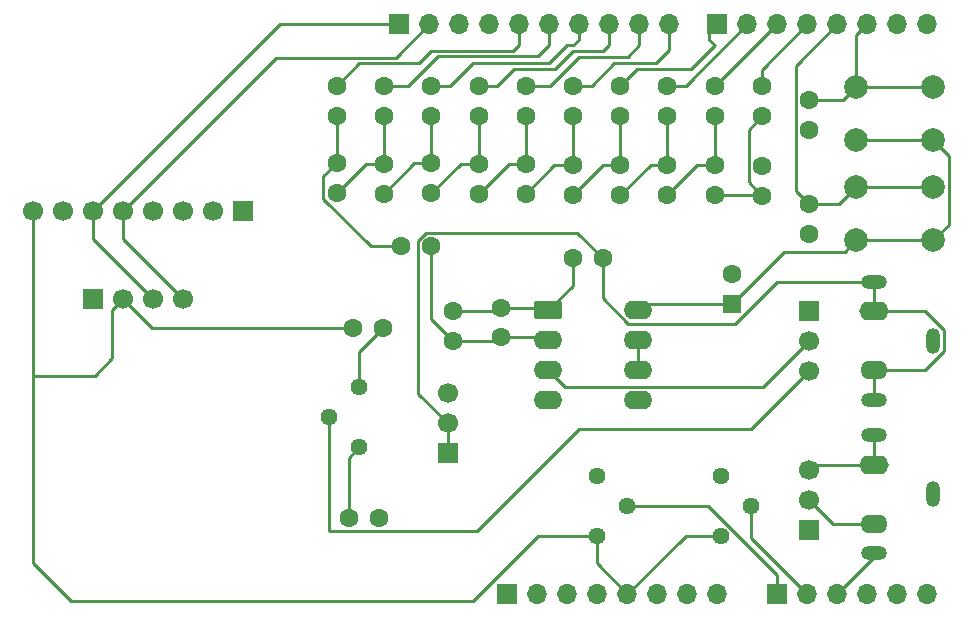
<source format=gbr>
%TF.GenerationSoftware,KiCad,Pcbnew,9.0.7*%
%TF.CreationDate,2026-02-04T14:21:24-07:00*%
%TF.ProjectId,Uno_Shield_DSP_Class_v1,556e6f5f-5368-4696-956c-645f4453505f,rev?*%
%TF.SameCoordinates,Original*%
%TF.FileFunction,Copper,L1,Top*%
%TF.FilePolarity,Positive*%
%FSLAX46Y46*%
G04 Gerber Fmt 4.6, Leading zero omitted, Abs format (unit mm)*
G04 Created by KiCad (PCBNEW 9.0.7) date 2026-02-04 14:21:24*
%MOMM*%
%LPD*%
G01*
G04 APERTURE LIST*
G04 Aperture macros list*
%AMRoundRect*
0 Rectangle with rounded corners*
0 $1 Rounding radius*
0 $2 $3 $4 $5 $6 $7 $8 $9 X,Y pos of 4 corners*
0 Add a 4 corners polygon primitive as box body*
4,1,4,$2,$3,$4,$5,$6,$7,$8,$9,$2,$3,0*
0 Add four circle primitives for the rounded corners*
1,1,$1+$1,$2,$3*
1,1,$1+$1,$4,$5*
1,1,$1+$1,$6,$7*
1,1,$1+$1,$8,$9*
0 Add four rect primitives between the rounded corners*
20,1,$1+$1,$2,$3,$4,$5,0*
20,1,$1+$1,$4,$5,$6,$7,0*
20,1,$1+$1,$6,$7,$8,$9,0*
20,1,$1+$1,$8,$9,$2,$3,0*%
G04 Aperture macros list end*
%TA.AperFunction,ComponentPad*%
%ADD10R,1.700000X1.700000*%
%TD*%
%TA.AperFunction,ComponentPad*%
%ADD11O,1.700000X1.700000*%
%TD*%
%TA.AperFunction,ComponentPad*%
%ADD12C,1.600000*%
%TD*%
%TA.AperFunction,ComponentPad*%
%ADD13C,2.000000*%
%TD*%
%TA.AperFunction,ComponentPad*%
%ADD14C,1.700000*%
%TD*%
%TA.AperFunction,ComponentPad*%
%ADD15O,2.200000X1.200000*%
%TD*%
%TA.AperFunction,ComponentPad*%
%ADD16O,2.300000X1.600000*%
%TD*%
%TA.AperFunction,ComponentPad*%
%ADD17O,1.200000X2.200000*%
%TD*%
%TA.AperFunction,ComponentPad*%
%ADD18O,2.500000X1.600000*%
%TD*%
%TA.AperFunction,ComponentPad*%
%ADD19RoundRect,0.250000X0.550000X-0.550000X0.550000X0.550000X-0.550000X0.550000X-0.550000X-0.550000X0*%
%TD*%
%TA.AperFunction,ComponentPad*%
%ADD20C,1.440000*%
%TD*%
%TA.AperFunction,ComponentPad*%
%ADD21RoundRect,0.250000X-0.950000X-0.550000X0.950000X-0.550000X0.950000X0.550000X-0.950000X0.550000X0*%
%TD*%
%TA.AperFunction,ComponentPad*%
%ADD22O,2.400000X1.600000*%
%TD*%
%TA.AperFunction,Conductor*%
%ADD23C,0.250000*%
%TD*%
G04 APERTURE END LIST*
D10*
%TO.P,J1,1,Pin_1*%
%TO.N,unconnected-(J1-Pin_1-Pad1)*%
X127940000Y-97460000D03*
D11*
%TO.P,J1,2,Pin_2*%
%TO.N,/IOREF*%
X130480000Y-97460000D03*
%TO.P,J1,3,Pin_3*%
%TO.N,/~{RESET}*%
X133020000Y-97460000D03*
%TO.P,J1,4,Pin_4*%
%TO.N,+3V3*%
X135560000Y-97460000D03*
%TO.P,J1,5,Pin_5*%
%TO.N,+5V*%
X138100000Y-97460000D03*
%TO.P,J1,6,Pin_6*%
%TO.N,GND*%
X140640000Y-97460000D03*
%TO.P,J1,7,Pin_7*%
X143180000Y-97460000D03*
%TO.P,J1,8,Pin_8*%
%TO.N,VCC*%
X145720000Y-97460000D03*
%TD*%
D10*
%TO.P,J3,1,Pin_1*%
%TO.N,/A0*%
X150800000Y-97460000D03*
D11*
%TO.P,J3,2,Pin_2*%
%TO.N,/A1*%
X153340000Y-97460000D03*
%TO.P,J3,3,Pin_3*%
%TO.N,/IN_RIGHT*%
X155880000Y-97460000D03*
%TO.P,J3,4,Pin_4*%
%TO.N,/IN_LEFT*%
X158420000Y-97460000D03*
%TO.P,J3,5,Pin_5*%
%TO.N,/SDA{slash}A4*%
X160960000Y-97460000D03*
%TO.P,J3,6,Pin_6*%
%TO.N,/SCL{slash}A5*%
X163500000Y-97460000D03*
%TD*%
D10*
%TO.P,J2,1,Pin_1*%
%TO.N,/SCL*%
X118796000Y-49200000D03*
D11*
%TO.P,J2,2,Pin_2*%
%TO.N,/SDA*%
X121336000Y-49200000D03*
%TO.P,J2,3,Pin_3*%
%TO.N,/AREF*%
X123876000Y-49200000D03*
%TO.P,J2,4,Pin_4*%
%TO.N,GND*%
X126416000Y-49200000D03*
%TO.P,J2,5,Pin_5*%
%TO.N,/D9*%
X128956000Y-49200000D03*
%TO.P,J2,6,Pin_6*%
%TO.N,/D8*%
X131496000Y-49200000D03*
%TO.P,J2,7,Pin_7*%
%TO.N,/D7*%
X134036000Y-49200000D03*
%TO.P,J2,8,Pin_8*%
%TO.N,/D6*%
X136576000Y-49200000D03*
%TO.P,J2,9,Pin_9*%
%TO.N,/D5*%
X139116000Y-49200000D03*
%TO.P,J2,10,Pin_10*%
%TO.N,/D4*%
X141656000Y-49200000D03*
%TD*%
D10*
%TO.P,J4,1,Pin_1*%
%TO.N,/D3*%
X145720000Y-49200000D03*
D11*
%TO.P,J4,2,Pin_2*%
%TO.N,/D2*%
X148260000Y-49200000D03*
%TO.P,J4,3,Pin_3*%
%TO.N,/D1*%
X150800000Y-49200000D03*
%TO.P,J4,4,Pin_4*%
%TO.N,/D0*%
X153340000Y-49200000D03*
%TO.P,J4,5,Pin_5*%
%TO.N,/BT2*%
X155880000Y-49200000D03*
%TO.P,J4,6,Pin_6*%
%TO.N,/BT1*%
X158420000Y-49200000D03*
%TO.P,J4,7,Pin_7*%
%TO.N,/TX{slash}1*%
X160960000Y-49200000D03*
%TO.P,J4,8,Pin_8*%
%TO.N,/RX{slash}0*%
X163500000Y-49200000D03*
%TD*%
D12*
%TO.P,R9,1*%
%TO.N,Net-(R10-Pad1)*%
X137500000Y-61130000D03*
%TO.P,R9,2*%
%TO.N,Net-(R7-Pad1)*%
X137500000Y-63670000D03*
%TD*%
%TO.P,R13,1*%
%TO.N,Net-(R13-Pad1)*%
X129500000Y-61000000D03*
%TO.P,R13,2*%
%TO.N,Net-(R11-Pad1)*%
X129500000Y-63540000D03*
%TD*%
%TO.P,R14,1*%
%TO.N,Net-(R13-Pad1)*%
X129500000Y-57000000D03*
%TO.P,R14,2*%
%TO.N,/D5*%
X129500000Y-54460000D03*
%TD*%
%TO.P,R18,1*%
%TO.N,Net-(R17-Pad1)*%
X121500000Y-56960000D03*
%TO.P,R18,2*%
%TO.N,/D7*%
X121500000Y-54420000D03*
%TD*%
%TO.P,R4,1*%
%TO.N,Net-(R3-Pad2)*%
X149500000Y-57000000D03*
%TO.P,R4,2*%
%TO.N,/D0*%
X149500000Y-54460000D03*
%TD*%
%TO.P,R15,1*%
%TO.N,Net-(R15-Pad1)*%
X125500000Y-61000000D03*
%TO.P,R15,2*%
%TO.N,Net-(R13-Pad1)*%
X125500000Y-63540000D03*
%TD*%
%TO.P,R19,1*%
%TO.N,Net-(R19-Pad1)*%
X117500000Y-61000000D03*
%TO.P,R19,2*%
%TO.N,Net-(R17-Pad1)*%
X117500000Y-63540000D03*
%TD*%
%TO.P,C2,1*%
%TO.N,Net-(U1A--)*%
X127380000Y-75710000D03*
%TO.P,C2,2*%
%TO.N,Net-(C2-Pad2)*%
X127380000Y-73210000D03*
%TD*%
%TO.P,R7,1*%
%TO.N,Net-(R7-Pad1)*%
X141500000Y-61090000D03*
%TO.P,R7,2*%
%TO.N,Net-(R5-Pad1)*%
X141500000Y-63630000D03*
%TD*%
%TO.P,R21,1*%
%TO.N,Net-(R21-Pad1)*%
X113500000Y-60960000D03*
%TO.P,R21,2*%
%TO.N,Net-(R19-Pad1)*%
X113500000Y-63500000D03*
%TD*%
D13*
%TO.P,SW2,1,1*%
%TO.N,+5V*%
X164000000Y-67500000D03*
X157500000Y-67500000D03*
%TO.P,SW2,2,2*%
%TO.N,/BT2*%
X164000000Y-63000000D03*
X157500000Y-63000000D03*
%TD*%
D12*
%TO.P,R20,1*%
%TO.N,Net-(R19-Pad1)*%
X117500000Y-57000000D03*
%TO.P,R20,2*%
%TO.N,/D8*%
X117500000Y-54460000D03*
%TD*%
%TO.P,R6,1*%
%TO.N,Net-(R5-Pad1)*%
X145500000Y-57000000D03*
%TO.P,R6,2*%
%TO.N,/D1*%
X145500000Y-54460000D03*
%TD*%
D10*
%TO.P,J7,1,Pin_1*%
%TO.N,/AUDIO_OUT*%
X122880000Y-85540000D03*
D14*
%TO.P,J7,2,Pin_2*%
X122880000Y-83000000D03*
%TO.P,J7,3,Pin_3*%
%TO.N,GND*%
X122880000Y-80460000D03*
%TD*%
D12*
%TO.P,R10,1*%
%TO.N,Net-(R10-Pad1)*%
X137500000Y-56960000D03*
%TO.P,R10,2*%
%TO.N,/D3*%
X137500000Y-54420000D03*
%TD*%
D10*
%TO.P,J5,1,Pin_1*%
%TO.N,unconnected-(J5-Pin_1-Pad1)*%
X105580000Y-65000000D03*
D14*
%TO.P,J5,2,Pin_2*%
%TO.N,unconnected-(J5-Pin_2-Pad2)*%
X103040000Y-65000000D03*
%TO.P,J5,3,Pin_3*%
%TO.N,unconnected-(J5-Pin_3-Pad3)*%
X100500000Y-65000000D03*
%TO.P,J5,4,Pin_4*%
%TO.N,unconnected-(J5-Pin_4-Pad4)*%
X97960000Y-65000000D03*
%TO.P,J5,5,Pin_5*%
%TO.N,/SDA*%
X95420000Y-65000000D03*
%TO.P,J5,6,Pin_6*%
%TO.N,/SCL*%
X92880000Y-65000000D03*
%TO.P,J5,7,Pin_7*%
%TO.N,GND*%
X90340000Y-65000000D03*
%TO.P,J5,8,Pin_8*%
%TO.N,+5V*%
X87800000Y-65000000D03*
%TD*%
D12*
%TO.P,R26,1*%
%TO.N,Net-(R26-Pad1)*%
X114500000Y-91000000D03*
%TO.P,R26,2*%
%TO.N,GND*%
X117040000Y-91000000D03*
%TD*%
D15*
%TO.P,J11,R*%
%TO.N,/AUDIO_OUT*%
X159000000Y-81000000D03*
D16*
%TO.P,J11,RN*%
X159000000Y-78500000D03*
D17*
%TO.P,J11,S*%
%TO.N,GND*%
X164000000Y-76000000D03*
D15*
%TO.P,J11,T*%
%TO.N,/AUDIO_OUT*%
X159000000Y-71000000D03*
D18*
%TO.P,J11,TN*%
X159000000Y-73500000D03*
%TD*%
D12*
%TO.P,R5,1*%
%TO.N,Net-(R5-Pad1)*%
X145500000Y-61090000D03*
%TO.P,R5,2*%
%TO.N,Net-(R3-Pad2)*%
X145500000Y-63630000D03*
%TD*%
D19*
%TO.P,C1,1*%
%TO.N,+5V*%
X147000000Y-72870000D03*
D12*
%TO.P,C1,2*%
%TO.N,GND*%
X147000000Y-70370000D03*
%TD*%
%TO.P,R24,1*%
%TO.N,Net-(C2-Pad2)*%
X123380000Y-73460000D03*
%TO.P,R24,2*%
%TO.N,Net-(U1A--)*%
X123380000Y-76000000D03*
%TD*%
%TO.P,R12,1*%
%TO.N,Net-(R11-Pad1)*%
X133500000Y-56960000D03*
%TO.P,R12,2*%
%TO.N,/D4*%
X133500000Y-54420000D03*
%TD*%
D13*
%TO.P,SW1,1,1*%
%TO.N,+5V*%
X164000000Y-59000000D03*
X157500000Y-59000000D03*
%TO.P,SW1,2,2*%
%TO.N,/BT1*%
X164000000Y-54500000D03*
X157500000Y-54500000D03*
%TD*%
D12*
%TO.P,R11,1*%
%TO.N,Net-(R11-Pad1)*%
X133500000Y-61130000D03*
%TO.P,R11,2*%
%TO.N,Net-(R10-Pad1)*%
X133500000Y-63670000D03*
%TD*%
%TO.P,R22,1*%
%TO.N,Net-(R21-Pad1)*%
X113500000Y-56960000D03*
%TO.P,R22,2*%
%TO.N,/D9*%
X113500000Y-54420000D03*
%TD*%
D10*
%TO.P,J12,1,Pin_1*%
%TO.N,GND*%
X153500000Y-92000000D03*
D14*
%TO.P,J12,2,Pin_2*%
%TO.N,/IN_RIGHT*%
X153500000Y-89460000D03*
%TO.P,J12,3,Pin_3*%
%TO.N,/IN_LEFT*%
X153500000Y-86920000D03*
%TD*%
D12*
%TO.P,R1,1*%
%TO.N,/BT1*%
X153500000Y-55630000D03*
%TO.P,R1,2*%
%TO.N,GND*%
X153500000Y-58170000D03*
%TD*%
%TO.P,R27,1*%
%TO.N,/AUDIO_OUT*%
X136000000Y-69000000D03*
%TO.P,R27,2*%
%TO.N,Net-(C2-Pad2)*%
X133460000Y-69000000D03*
%TD*%
%TO.P,R17,1*%
%TO.N,Net-(R17-Pad1)*%
X121500000Y-60960000D03*
%TO.P,R17,2*%
%TO.N,Net-(R15-Pad1)*%
X121500000Y-63500000D03*
%TD*%
%TO.P,R25,1*%
%TO.N,+5V*%
X114880000Y-74960000D03*
%TO.P,R25,2*%
%TO.N,Net-(R25-Pad2)*%
X117420000Y-74960000D03*
%TD*%
%TO.P,R16,1*%
%TO.N,Net-(R15-Pad1)*%
X125500000Y-57000000D03*
%TO.P,R16,2*%
%TO.N,/D6*%
X125500000Y-54460000D03*
%TD*%
D20*
%TO.P,RV1,1,1*%
%TO.N,+5V*%
X135500000Y-92500000D03*
%TO.P,RV1,2,2*%
%TO.N,/A0*%
X138040000Y-89960000D03*
%TO.P,RV1,3,3*%
%TO.N,GND*%
X135500000Y-87420000D03*
%TD*%
D12*
%TO.P,R2,1*%
%TO.N,/BT2*%
X153500000Y-64460000D03*
%TO.P,R2,2*%
%TO.N,GND*%
X153500000Y-67000000D03*
%TD*%
D21*
%TO.P,U1,1*%
%TO.N,Net-(C2-Pad2)*%
X131380000Y-73420000D03*
D22*
%TO.P,U1,2,-*%
%TO.N,Net-(U1A--)*%
X131380000Y-75960000D03*
%TO.P,U1,3,+*%
%TO.N,Net-(J9-Pin_2)*%
X131380000Y-78500000D03*
%TO.P,U1,4,V-*%
%TO.N,GND*%
X131380000Y-81040000D03*
%TO.P,U1,5,+*%
X139000000Y-81040000D03*
%TO.P,U1,6,-*%
%TO.N,Net-(U1B--)*%
X139000000Y-78500000D03*
%TO.P,U1,7*%
X139000000Y-75960000D03*
%TO.P,U1,8,V+*%
%TO.N,+5V*%
X139000000Y-73420000D03*
%TD*%
D10*
%TO.P,J9,1,Pin_1*%
%TO.N,GND*%
X153500000Y-73500000D03*
D14*
%TO.P,J9,2,Pin_2*%
%TO.N,Net-(J9-Pin_2)*%
X153500000Y-76040000D03*
%TO.P,J9,3,Pin_3*%
%TO.N,Net-(J9-Pin_3)*%
X153500000Y-78580000D03*
%TD*%
D12*
%TO.P,R3,1*%
%TO.N,GND*%
X149500000Y-61170000D03*
%TO.P,R3,2*%
%TO.N,Net-(R3-Pad2)*%
X149500000Y-63710000D03*
%TD*%
D15*
%TO.P,J10,R*%
%TO.N,/IN_RIGHT*%
X159000000Y-94000000D03*
D16*
%TO.P,J10,RN*%
X159000000Y-91500000D03*
D17*
%TO.P,J10,S*%
%TO.N,GND*%
X164000000Y-89000000D03*
D15*
%TO.P,J10,T*%
%TO.N,/IN_LEFT*%
X159000000Y-84000000D03*
D18*
%TO.P,J10,TN*%
X159000000Y-86500000D03*
%TD*%
D20*
%TO.P,RV3,1,1*%
%TO.N,Net-(R25-Pad2)*%
X115420000Y-79920000D03*
%TO.P,RV3,2,2*%
%TO.N,Net-(J9-Pin_3)*%
X112880000Y-82460000D03*
%TO.P,RV3,3,3*%
%TO.N,Net-(R26-Pad1)*%
X115420000Y-85000000D03*
%TD*%
%TO.P,RV2,1,1*%
%TO.N,+5V*%
X146000000Y-92500000D03*
%TO.P,RV2,2,2*%
%TO.N,/A1*%
X148540000Y-89960000D03*
%TO.P,RV2,3,3*%
%TO.N,GND*%
X146000000Y-87420000D03*
%TD*%
D12*
%TO.P,R8,1*%
%TO.N,Net-(R7-Pad1)*%
X141500000Y-56960000D03*
%TO.P,R8,2*%
%TO.N,/D2*%
X141500000Y-54420000D03*
%TD*%
D10*
%TO.P,J6,1,Pin_1*%
%TO.N,GND*%
X92880000Y-72500000D03*
D14*
%TO.P,J6,2,Pin_2*%
%TO.N,+5V*%
X95420000Y-72500000D03*
%TO.P,J6,3,Pin_3*%
%TO.N,/SCL*%
X97960000Y-72500000D03*
%TO.P,J6,4,Pin_4*%
%TO.N,/SDA*%
X100500000Y-72500000D03*
%TD*%
D12*
%TO.P,R23,1*%
%TO.N,Net-(U1A--)*%
X121500000Y-68000000D03*
%TO.P,R23,2*%
%TO.N,Net-(R21-Pad1)*%
X118960000Y-68000000D03*
%TD*%
D23*
%TO.N,/D9*%
X128956000Y-50956000D02*
X128956000Y-49200000D01*
X128431905Y-51480095D02*
X128956000Y-50956000D01*
X121519905Y-51480095D02*
X128431905Y-51480095D01*
X120500000Y-52500000D02*
X121519905Y-51480095D01*
X115420000Y-52500000D02*
X120500000Y-52500000D01*
X113500000Y-54420000D02*
X115420000Y-52500000D01*
%TO.N,/D8*%
X130564905Y-51931095D02*
X131496000Y-51000000D01*
X122068905Y-51931095D02*
X130564905Y-51931095D01*
X131496000Y-51000000D02*
X131496000Y-49200000D01*
X119540000Y-54460000D02*
X122068905Y-51931095D01*
X117500000Y-54460000D02*
X119540000Y-54460000D01*
%TO.N,/D7*%
X133500000Y-51000000D02*
X134000000Y-50500000D01*
%TO.N,/D6*%
X136000000Y-51500000D02*
X136576000Y-50924000D01*
%TO.N,/D5*%
X139116000Y-51000000D02*
X139116000Y-49200000D01*
X138116000Y-52000000D02*
X139116000Y-51000000D01*
X134000000Y-52000000D02*
X138116000Y-52000000D01*
X131540000Y-54460000D02*
X134000000Y-52000000D01*
X129500000Y-54460000D02*
X131540000Y-54460000D01*
%TO.N,/D4*%
X140500000Y-52500000D02*
X141656000Y-51344000D01*
%TO.N,/D3*%
X145000000Y-49920000D02*
X145720000Y-49200000D01*
X145000000Y-50500000D02*
X145000000Y-49920000D01*
X145500000Y-51000000D02*
X145000000Y-50500000D01*
%TO.N,+5V*%
X130500000Y-92500000D02*
X135500000Y-92500000D01*
X125000000Y-98000000D02*
X130500000Y-92500000D01*
X91000000Y-98000000D02*
X125000000Y-98000000D01*
X87800000Y-94800000D02*
X91000000Y-98000000D01*
X87800000Y-79000000D02*
X87800000Y-94800000D01*
X94500000Y-77500000D02*
X93000000Y-79000000D01*
%TO.N,GND*%
X153500000Y-92000000D02*
X154126000Y-92626000D01*
%TO.N,+5V*%
X139550000Y-72870000D02*
X139000000Y-73420000D01*
X93000000Y-79000000D02*
X87800000Y-79000000D01*
X138100000Y-97460000D02*
X143060000Y-92500000D01*
X156500000Y-68500000D02*
X151370000Y-68500000D01*
X157500000Y-67500000D02*
X156500000Y-68500000D01*
X87800000Y-74500000D02*
X87800000Y-79000000D01*
X151370000Y-68500000D02*
X147000000Y-72870000D01*
X165326000Y-66174000D02*
X164000000Y-67500000D01*
X114880000Y-74960000D02*
X97880000Y-74960000D01*
X95420000Y-72500000D02*
X94500000Y-73420000D01*
X164000000Y-59000000D02*
X165326000Y-60326000D01*
X147000000Y-72870000D02*
X139550000Y-72870000D01*
X135500000Y-94860000D02*
X138100000Y-97460000D01*
X87800000Y-65000000D02*
X87800000Y-74500000D01*
X143060000Y-92500000D02*
X146000000Y-92500000D01*
X135500000Y-92500000D02*
X135500000Y-94860000D01*
X165326000Y-60326000D02*
X165326000Y-66174000D01*
X157500000Y-59000000D02*
X164000000Y-59000000D01*
X97880000Y-74960000D02*
X95420000Y-72500000D01*
X164000000Y-67500000D02*
X157500000Y-67500000D01*
X94500000Y-73420000D02*
X94500000Y-77500000D01*
%TO.N,/A0*%
X150800000Y-95800000D02*
X150800000Y-97460000D01*
X138040000Y-89960000D02*
X144960000Y-89960000D01*
X144960000Y-89960000D02*
X150800000Y-95800000D01*
%TO.N,/A1*%
X148540000Y-89960000D02*
X148540000Y-92660000D01*
X148540000Y-92660000D02*
X153340000Y-97460000D01*
%TO.N,/SCL*%
X118796000Y-49200000D02*
X108680000Y-49200000D01*
X92880000Y-67420000D02*
X92880000Y-65000000D01*
X108680000Y-49200000D02*
X92880000Y-65000000D01*
X97960000Y-72500000D02*
X92880000Y-67420000D01*
%TO.N,/SDA*%
X121336000Y-49200000D02*
X118487000Y-52049000D01*
X118487000Y-52049000D02*
X108371000Y-52049000D01*
X95420000Y-67420000D02*
X100500000Y-72500000D01*
X108371000Y-52049000D02*
X95420000Y-65000000D01*
X95420000Y-65000000D02*
X95420000Y-67420000D01*
%TO.N,/BT1*%
X153500000Y-55630000D02*
X156370000Y-55630000D01*
X157500000Y-54500000D02*
X157500000Y-50120000D01*
X156370000Y-55630000D02*
X157500000Y-54500000D01*
X157500000Y-54500000D02*
X164000000Y-54500000D01*
X157500000Y-50120000D02*
X158420000Y-49200000D01*
%TO.N,/BT2*%
X152374000Y-63334000D02*
X152374000Y-52706000D01*
X157500000Y-63000000D02*
X164000000Y-63000000D01*
X156040000Y-64460000D02*
X153500000Y-64460000D01*
X152374000Y-52706000D02*
X155880000Y-49200000D01*
X153500000Y-64460000D02*
X152374000Y-63334000D01*
X157500000Y-63000000D02*
X156040000Y-64460000D01*
%TO.N,Net-(C2-Pad2)*%
X127130000Y-73460000D02*
X127380000Y-73210000D01*
X131170000Y-73210000D02*
X131380000Y-73420000D01*
X133460000Y-71340000D02*
X133460000Y-69000000D01*
X123380000Y-73460000D02*
X127130000Y-73460000D01*
X131380000Y-73420000D02*
X133460000Y-71340000D01*
X127380000Y-73210000D02*
X131170000Y-73210000D01*
%TO.N,Net-(U1A--)*%
X131130000Y-75710000D02*
X131380000Y-75960000D01*
X127090000Y-76000000D02*
X127380000Y-75710000D01*
X123380000Y-76000000D02*
X121500000Y-74120000D01*
X121500000Y-74120000D02*
X121500000Y-68000000D01*
X123380000Y-76000000D02*
X127090000Y-76000000D01*
X127380000Y-75710000D02*
X131130000Y-75710000D01*
%TO.N,/D7*%
X134000000Y-49236000D02*
X134036000Y-49200000D01*
X123080000Y-54420000D02*
X125000000Y-52500000D01*
X121500000Y-54420000D02*
X123080000Y-54420000D01*
X125000000Y-52500000D02*
X131500000Y-52500000D01*
X134000000Y-50500000D02*
X134000000Y-49236000D01*
X133000000Y-51000000D02*
X133500000Y-51000000D01*
X131500000Y-52500000D02*
X133000000Y-51000000D01*
%TO.N,/D6*%
X132000000Y-53000000D02*
X133500000Y-51500000D01*
X133500000Y-51500000D02*
X136000000Y-51500000D01*
X128500000Y-53000000D02*
X132000000Y-53000000D01*
X127040000Y-54460000D02*
X128500000Y-53000000D01*
X125500000Y-54460000D02*
X127040000Y-54460000D01*
X136576000Y-50924000D02*
X136576000Y-49200000D01*
%TO.N,/D4*%
X137000000Y-52500000D02*
X140500000Y-52500000D01*
X135080000Y-54420000D02*
X137000000Y-52500000D01*
X141656000Y-51344000D02*
X141656000Y-49200000D01*
X133500000Y-54420000D02*
X135080000Y-54420000D01*
%TO.N,/IN_RIGHT*%
X155540000Y-91500000D02*
X159000000Y-91500000D01*
X155880000Y-97460000D02*
X159000000Y-94340000D01*
X159000000Y-94340000D02*
X159000000Y-94000000D01*
X153500000Y-89460000D02*
X155540000Y-91500000D01*
%TO.N,/IN_LEFT*%
X159000000Y-86500000D02*
X159000000Y-84000000D01*
X159000000Y-86500000D02*
X153920000Y-86500000D01*
X153920000Y-86500000D02*
X153500000Y-86920000D01*
%TO.N,/D3*%
X143500000Y-53000000D02*
X145500000Y-51000000D01*
X138920000Y-53000000D02*
X143500000Y-53000000D01*
X137500000Y-54420000D02*
X138920000Y-53000000D01*
%TO.N,/D2*%
X141500000Y-54420000D02*
X143040000Y-54420000D01*
X143040000Y-54420000D02*
X148260000Y-49200000D01*
%TO.N,/D0*%
X149500000Y-54460000D02*
X149500000Y-53040000D01*
X149500000Y-53040000D02*
X153340000Y-49200000D01*
%TO.N,/D1*%
X150760000Y-49200000D02*
X150800000Y-49200000D01*
X145500000Y-54460000D02*
X150760000Y-49200000D01*
%TO.N,/AUDIO_OUT*%
X136000000Y-72412404D02*
X136000000Y-69000000D01*
X120374000Y-67533595D02*
X121033595Y-66874000D01*
X163309562Y-78500000D02*
X164926000Y-76883562D01*
X159000000Y-71000000D02*
X150791514Y-71000000D01*
X147245514Y-74546000D02*
X138133596Y-74546000D01*
X164926000Y-75116438D02*
X163309562Y-73500000D01*
X159000000Y-73500000D02*
X159000000Y-71000000D01*
X122880000Y-83000000D02*
X120374000Y-80494000D01*
X133874000Y-66874000D02*
X136000000Y-69000000D01*
X138133596Y-74546000D02*
X136000000Y-72412404D01*
X159000000Y-78500000D02*
X159000000Y-81000000D01*
X120374000Y-80494000D02*
X120374000Y-67533595D01*
X150791514Y-71000000D02*
X147245514Y-74546000D01*
X121033595Y-66874000D02*
X133874000Y-66874000D01*
X122880000Y-85540000D02*
X122880000Y-83000000D01*
X164926000Y-76883562D02*
X164926000Y-75116438D01*
X163309562Y-73500000D02*
X159000000Y-73500000D01*
X159000000Y-78500000D02*
X163309562Y-78500000D01*
%TO.N,Net-(J9-Pin_3)*%
X112880000Y-82460000D02*
X112880000Y-92120000D01*
X112886000Y-92126000D02*
X125374000Y-92126000D01*
X148580000Y-83500000D02*
X153500000Y-78580000D01*
X112880000Y-92120000D02*
X112886000Y-92126000D01*
X125374000Y-92126000D02*
X134000000Y-83500000D01*
X134000000Y-83500000D02*
X148580000Y-83500000D01*
%TO.N,Net-(J9-Pin_2)*%
X132794000Y-79914000D02*
X149626000Y-79914000D01*
X131380000Y-78500000D02*
X132794000Y-79914000D01*
X149626000Y-79914000D02*
X153500000Y-76040000D01*
%TO.N,Net-(R3-Pad2)*%
X148374000Y-58126000D02*
X148374000Y-62584000D01*
X149500000Y-57000000D02*
X148374000Y-58126000D01*
X148374000Y-62584000D02*
X149500000Y-63710000D01*
X145500000Y-63630000D02*
X149420000Y-63630000D01*
X149420000Y-63630000D02*
X149500000Y-63710000D01*
%TO.N,Net-(R5-Pad1)*%
X145500000Y-61090000D02*
X145500000Y-57000000D01*
X145500000Y-61090000D02*
X144040000Y-61090000D01*
X144040000Y-61090000D02*
X141500000Y-63630000D01*
%TO.N,Net-(R7-Pad1)*%
X141500000Y-61090000D02*
X140080000Y-61090000D01*
X140080000Y-61090000D02*
X137500000Y-63670000D01*
X141500000Y-61090000D02*
X141500000Y-56960000D01*
%TO.N,Net-(R10-Pad1)*%
X137500000Y-61130000D02*
X137500000Y-56960000D01*
X136040000Y-61130000D02*
X133500000Y-63670000D01*
X137500000Y-61130000D02*
X136040000Y-61130000D01*
%TO.N,Net-(R11-Pad1)*%
X133500000Y-61130000D02*
X133500000Y-56960000D01*
X131910000Y-61130000D02*
X129500000Y-63540000D01*
X133500000Y-61130000D02*
X131910000Y-61130000D01*
%TO.N,Net-(R13-Pad1)*%
X129500000Y-61000000D02*
X128040000Y-61000000D01*
X129500000Y-61000000D02*
X129500000Y-57000000D01*
X128040000Y-61000000D02*
X125500000Y-63540000D01*
%TO.N,Net-(R15-Pad1)*%
X125500000Y-61000000D02*
X125500000Y-57000000D01*
X124000000Y-61000000D02*
X121500000Y-63500000D01*
X125500000Y-61000000D02*
X124000000Y-61000000D01*
%TO.N,Net-(R17-Pad1)*%
X120080000Y-60960000D02*
X117500000Y-63540000D01*
X121500000Y-60960000D02*
X120080000Y-60960000D01*
X121500000Y-60960000D02*
X121500000Y-56960000D01*
%TO.N,Net-(R19-Pad1)*%
X117500000Y-61000000D02*
X116000000Y-61000000D01*
X117500000Y-61000000D02*
X117500000Y-57000000D01*
X116000000Y-61000000D02*
X113500000Y-63500000D01*
%TO.N,Net-(R21-Pad1)*%
X113500000Y-60960000D02*
X113500000Y-56960000D01*
X112374000Y-63966405D02*
X116407595Y-68000000D01*
X113500000Y-60960000D02*
X112374000Y-62086000D01*
X112374000Y-62086000D02*
X112374000Y-63966405D01*
X116407595Y-68000000D02*
X118960000Y-68000000D01*
%TO.N,Net-(R25-Pad2)*%
X115420000Y-79920000D02*
X115420000Y-76960000D01*
X115420000Y-76960000D02*
X117420000Y-74960000D01*
%TO.N,Net-(R26-Pad1)*%
X114500000Y-85920000D02*
X115420000Y-85000000D01*
X114500000Y-91000000D02*
X114500000Y-85920000D01*
%TO.N,Net-(U1B--)*%
X139000000Y-75960000D02*
X139000000Y-78500000D01*
%TD*%
M02*

</source>
